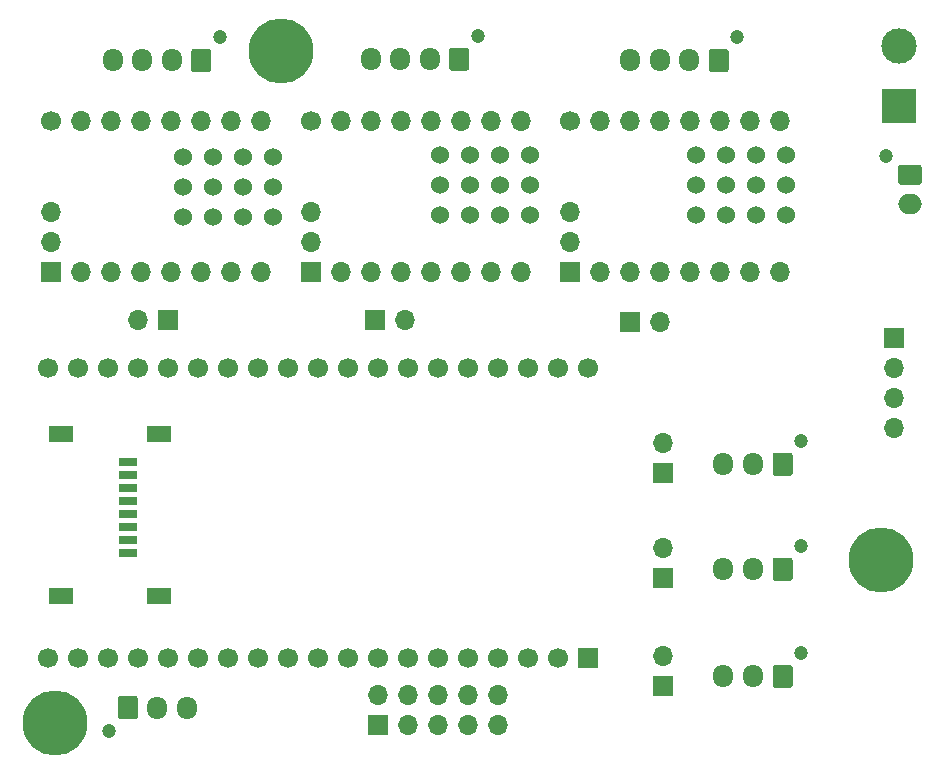
<source format=gbr>
G04 #@! TF.GenerationSoftware,KiCad,Pcbnew,5.1.5*
G04 #@! TF.CreationDate,2020-07-04T13:20:11+02:00*
G04 #@! TF.ProjectId,GECAUF,47454341-5546-42e6-9b69-6361645f7063,1.0*
G04 #@! TF.SameCoordinates,Original*
G04 #@! TF.FileFunction,Soldermask,Bot*
G04 #@! TF.FilePolarity,Negative*
%FSLAX46Y46*%
G04 Gerber Fmt 4.6, Leading zero omitted, Abs format (unit mm)*
G04 Created by KiCad (PCBNEW 5.1.5) date 2020-07-04 13:20:11*
%MOMM*%
%LPD*%
G04 APERTURE LIST*
%ADD10C,5.500000*%
%ADD11C,1.700000*%
%ADD12R,1.700000X1.700000*%
%ADD13C,1.200000*%
%ADD14O,1.700000X1.950000*%
%ADD15C,0.100000*%
%ADD16O,1.700000X1.700000*%
%ADD17R,3.000000X3.000000*%
%ADD18C,3.000000*%
%ADD19O,2.000000X1.700000*%
%ADD20C,1.524000*%
%ADD21R,2.000000X1.450000*%
%ADD22R,1.500000X0.800000*%
G04 APERTURE END LIST*
D10*
X122300000Y-103200000D03*
X173100000Y-146300000D03*
X103200000Y-160100000D03*
D11*
X128016000Y-154548000D03*
X125476000Y-154548000D03*
X122936000Y-154548000D03*
X120396000Y-154548000D03*
X117856000Y-154548000D03*
X115316000Y-154548000D03*
X112776000Y-154548000D03*
X110236000Y-154548000D03*
X107696000Y-154548000D03*
X105156000Y-154548000D03*
X102616000Y-154548000D03*
X130556000Y-154548000D03*
X133096000Y-154548000D03*
X135636000Y-154548000D03*
X138176000Y-154548000D03*
X140716000Y-154548000D03*
X143256000Y-154548000D03*
X145796000Y-154548000D03*
D12*
X148336000Y-154548000D03*
D11*
X148336000Y-130048000D03*
X145796000Y-130048000D03*
X143256000Y-130048000D03*
X140716000Y-130048000D03*
X102616000Y-130048000D03*
X105156000Y-130048000D03*
X107696000Y-130048000D03*
X110236000Y-130048000D03*
X138176000Y-130048000D03*
X135636000Y-130048000D03*
X133096000Y-130048000D03*
X130556000Y-130048000D03*
X125476000Y-130048000D03*
X117856000Y-130048000D03*
X128016000Y-130048000D03*
X112776000Y-130048000D03*
X115316000Y-130048000D03*
X122936000Y-130048000D03*
X120396000Y-130048000D03*
D13*
X160985000Y-102000000D03*
D14*
X151885000Y-104000000D03*
X154385000Y-104000000D03*
X156885000Y-104000000D03*
D15*
G36*
X160009504Y-103026204D02*
G01*
X160033773Y-103029804D01*
X160057571Y-103035765D01*
X160080671Y-103044030D01*
X160102849Y-103054520D01*
X160123893Y-103067133D01*
X160143598Y-103081747D01*
X160161777Y-103098223D01*
X160178253Y-103116402D01*
X160192867Y-103136107D01*
X160205480Y-103157151D01*
X160215970Y-103179329D01*
X160224235Y-103202429D01*
X160230196Y-103226227D01*
X160233796Y-103250496D01*
X160235000Y-103275000D01*
X160235000Y-104725000D01*
X160233796Y-104749504D01*
X160230196Y-104773773D01*
X160224235Y-104797571D01*
X160215970Y-104820671D01*
X160205480Y-104842849D01*
X160192867Y-104863893D01*
X160178253Y-104883598D01*
X160161777Y-104901777D01*
X160143598Y-104918253D01*
X160123893Y-104932867D01*
X160102849Y-104945480D01*
X160080671Y-104955970D01*
X160057571Y-104964235D01*
X160033773Y-104970196D01*
X160009504Y-104973796D01*
X159985000Y-104975000D01*
X158785000Y-104975000D01*
X158760496Y-104973796D01*
X158736227Y-104970196D01*
X158712429Y-104964235D01*
X158689329Y-104955970D01*
X158667151Y-104945480D01*
X158646107Y-104932867D01*
X158626402Y-104918253D01*
X158608223Y-104901777D01*
X158591747Y-104883598D01*
X158577133Y-104863893D01*
X158564520Y-104842849D01*
X158554030Y-104820671D01*
X158545765Y-104797571D01*
X158539804Y-104773773D01*
X158536204Y-104749504D01*
X158535000Y-104725000D01*
X158535000Y-103275000D01*
X158536204Y-103250496D01*
X158539804Y-103226227D01*
X158545765Y-103202429D01*
X158554030Y-103179329D01*
X158564520Y-103157151D01*
X158577133Y-103136107D01*
X158591747Y-103116402D01*
X158608223Y-103098223D01*
X158626402Y-103081747D01*
X158646107Y-103067133D01*
X158667151Y-103054520D01*
X158689329Y-103044030D01*
X158712429Y-103035765D01*
X158736227Y-103029804D01*
X158760496Y-103026204D01*
X158785000Y-103025000D01*
X159985000Y-103025000D01*
X160009504Y-103026204D01*
G37*
D16*
X174244000Y-135128000D03*
X174244000Y-132588000D03*
X174244000Y-130048000D03*
D12*
X174244000Y-127508000D03*
D15*
G36*
X110001984Y-157806684D02*
G01*
X110026253Y-157810284D01*
X110050051Y-157816245D01*
X110073151Y-157824510D01*
X110095329Y-157835000D01*
X110116373Y-157847613D01*
X110136078Y-157862227D01*
X110154257Y-157878703D01*
X110170733Y-157896882D01*
X110185347Y-157916587D01*
X110197960Y-157937631D01*
X110208450Y-157959809D01*
X110216715Y-157982909D01*
X110222676Y-158006707D01*
X110226276Y-158030976D01*
X110227480Y-158055480D01*
X110227480Y-159505480D01*
X110226276Y-159529984D01*
X110222676Y-159554253D01*
X110216715Y-159578051D01*
X110208450Y-159601151D01*
X110197960Y-159623329D01*
X110185347Y-159644373D01*
X110170733Y-159664078D01*
X110154257Y-159682257D01*
X110136078Y-159698733D01*
X110116373Y-159713347D01*
X110095329Y-159725960D01*
X110073151Y-159736450D01*
X110050051Y-159744715D01*
X110026253Y-159750676D01*
X110001984Y-159754276D01*
X109977480Y-159755480D01*
X108777480Y-159755480D01*
X108752976Y-159754276D01*
X108728707Y-159750676D01*
X108704909Y-159744715D01*
X108681809Y-159736450D01*
X108659631Y-159725960D01*
X108638587Y-159713347D01*
X108618882Y-159698733D01*
X108600703Y-159682257D01*
X108584227Y-159664078D01*
X108569613Y-159644373D01*
X108557000Y-159623329D01*
X108546510Y-159601151D01*
X108538245Y-159578051D01*
X108532284Y-159554253D01*
X108528684Y-159529984D01*
X108527480Y-159505480D01*
X108527480Y-158055480D01*
X108528684Y-158030976D01*
X108532284Y-158006707D01*
X108538245Y-157982909D01*
X108546510Y-157959809D01*
X108557000Y-157937631D01*
X108569613Y-157916587D01*
X108584227Y-157896882D01*
X108600703Y-157878703D01*
X108618882Y-157862227D01*
X108638587Y-157847613D01*
X108659631Y-157835000D01*
X108681809Y-157824510D01*
X108704909Y-157816245D01*
X108728707Y-157810284D01*
X108752976Y-157806684D01*
X108777480Y-157805480D01*
X109977480Y-157805480D01*
X110001984Y-157806684D01*
G37*
D14*
X111877480Y-158780480D03*
X114377480Y-158780480D03*
D13*
X107777480Y-160780480D03*
D17*
X174625000Y-107823000D03*
D18*
X174625000Y-102743000D03*
D13*
X173577500Y-112065000D03*
D19*
X175577500Y-116165000D03*
D15*
G36*
X176352004Y-112816204D02*
G01*
X176376273Y-112819804D01*
X176400071Y-112825765D01*
X176423171Y-112834030D01*
X176445349Y-112844520D01*
X176466393Y-112857133D01*
X176486098Y-112871747D01*
X176504277Y-112888223D01*
X176520753Y-112906402D01*
X176535367Y-112926107D01*
X176547980Y-112947151D01*
X176558470Y-112969329D01*
X176566735Y-112992429D01*
X176572696Y-113016227D01*
X176576296Y-113040496D01*
X176577500Y-113065000D01*
X176577500Y-114265000D01*
X176576296Y-114289504D01*
X176572696Y-114313773D01*
X176566735Y-114337571D01*
X176558470Y-114360671D01*
X176547980Y-114382849D01*
X176535367Y-114403893D01*
X176520753Y-114423598D01*
X176504277Y-114441777D01*
X176486098Y-114458253D01*
X176466393Y-114472867D01*
X176445349Y-114485480D01*
X176423171Y-114495970D01*
X176400071Y-114504235D01*
X176376273Y-114510196D01*
X176352004Y-114513796D01*
X176327500Y-114515000D01*
X174827500Y-114515000D01*
X174802996Y-114513796D01*
X174778727Y-114510196D01*
X174754929Y-114504235D01*
X174731829Y-114495970D01*
X174709651Y-114485480D01*
X174688607Y-114472867D01*
X174668902Y-114458253D01*
X174650723Y-114441777D01*
X174634247Y-114423598D01*
X174619633Y-114403893D01*
X174607020Y-114382849D01*
X174596530Y-114360671D01*
X174588265Y-114337571D01*
X174582304Y-114313773D01*
X174578704Y-114289504D01*
X174577500Y-114265000D01*
X174577500Y-113065000D01*
X174578704Y-113040496D01*
X174582304Y-113016227D01*
X174588265Y-112992429D01*
X174596530Y-112969329D01*
X174607020Y-112947151D01*
X174619633Y-112926107D01*
X174634247Y-112906402D01*
X174650723Y-112888223D01*
X174668902Y-112871747D01*
X174688607Y-112857133D01*
X174709651Y-112844520D01*
X174731829Y-112834030D01*
X174754929Y-112825765D01*
X174778727Y-112819804D01*
X174802996Y-112816204D01*
X174827500Y-112815000D01*
X176327500Y-112815000D01*
X176352004Y-112816204D01*
G37*
G36*
X116194504Y-103026204D02*
G01*
X116218773Y-103029804D01*
X116242571Y-103035765D01*
X116265671Y-103044030D01*
X116287849Y-103054520D01*
X116308893Y-103067133D01*
X116328598Y-103081747D01*
X116346777Y-103098223D01*
X116363253Y-103116402D01*
X116377867Y-103136107D01*
X116390480Y-103157151D01*
X116400970Y-103179329D01*
X116409235Y-103202429D01*
X116415196Y-103226227D01*
X116418796Y-103250496D01*
X116420000Y-103275000D01*
X116420000Y-104725000D01*
X116418796Y-104749504D01*
X116415196Y-104773773D01*
X116409235Y-104797571D01*
X116400970Y-104820671D01*
X116390480Y-104842849D01*
X116377867Y-104863893D01*
X116363253Y-104883598D01*
X116346777Y-104901777D01*
X116328598Y-104918253D01*
X116308893Y-104932867D01*
X116287849Y-104945480D01*
X116265671Y-104955970D01*
X116242571Y-104964235D01*
X116218773Y-104970196D01*
X116194504Y-104973796D01*
X116170000Y-104975000D01*
X114970000Y-104975000D01*
X114945496Y-104973796D01*
X114921227Y-104970196D01*
X114897429Y-104964235D01*
X114874329Y-104955970D01*
X114852151Y-104945480D01*
X114831107Y-104932867D01*
X114811402Y-104918253D01*
X114793223Y-104901777D01*
X114776747Y-104883598D01*
X114762133Y-104863893D01*
X114749520Y-104842849D01*
X114739030Y-104820671D01*
X114730765Y-104797571D01*
X114724804Y-104773773D01*
X114721204Y-104749504D01*
X114720000Y-104725000D01*
X114720000Y-103275000D01*
X114721204Y-103250496D01*
X114724804Y-103226227D01*
X114730765Y-103202429D01*
X114739030Y-103179329D01*
X114749520Y-103157151D01*
X114762133Y-103136107D01*
X114776747Y-103116402D01*
X114793223Y-103098223D01*
X114811402Y-103081747D01*
X114831107Y-103067133D01*
X114852151Y-103054520D01*
X114874329Y-103044030D01*
X114897429Y-103035765D01*
X114921227Y-103029804D01*
X114945496Y-103026204D01*
X114970000Y-103025000D01*
X116170000Y-103025000D01*
X116194504Y-103026204D01*
G37*
D14*
X113070000Y-104000000D03*
X110570000Y-104000000D03*
X108070000Y-104000000D03*
D13*
X117170000Y-102000000D03*
X139014000Y-101886000D03*
D14*
X129914000Y-103886000D03*
X132414000Y-103886000D03*
X134914000Y-103886000D03*
D15*
G36*
X138038504Y-102912204D02*
G01*
X138062773Y-102915804D01*
X138086571Y-102921765D01*
X138109671Y-102930030D01*
X138131849Y-102940520D01*
X138152893Y-102953133D01*
X138172598Y-102967747D01*
X138190777Y-102984223D01*
X138207253Y-103002402D01*
X138221867Y-103022107D01*
X138234480Y-103043151D01*
X138244970Y-103065329D01*
X138253235Y-103088429D01*
X138259196Y-103112227D01*
X138262796Y-103136496D01*
X138264000Y-103161000D01*
X138264000Y-104611000D01*
X138262796Y-104635504D01*
X138259196Y-104659773D01*
X138253235Y-104683571D01*
X138244970Y-104706671D01*
X138234480Y-104728849D01*
X138221867Y-104749893D01*
X138207253Y-104769598D01*
X138190777Y-104787777D01*
X138172598Y-104804253D01*
X138152893Y-104818867D01*
X138131849Y-104831480D01*
X138109671Y-104841970D01*
X138086571Y-104850235D01*
X138062773Y-104856196D01*
X138038504Y-104859796D01*
X138014000Y-104861000D01*
X136814000Y-104861000D01*
X136789496Y-104859796D01*
X136765227Y-104856196D01*
X136741429Y-104850235D01*
X136718329Y-104841970D01*
X136696151Y-104831480D01*
X136675107Y-104818867D01*
X136655402Y-104804253D01*
X136637223Y-104787777D01*
X136620747Y-104769598D01*
X136606133Y-104749893D01*
X136593520Y-104728849D01*
X136583030Y-104706671D01*
X136574765Y-104683571D01*
X136568804Y-104659773D01*
X136565204Y-104635504D01*
X136564000Y-104611000D01*
X136564000Y-103161000D01*
X136565204Y-103136496D01*
X136568804Y-103112227D01*
X136574765Y-103088429D01*
X136583030Y-103065329D01*
X136593520Y-103043151D01*
X136606133Y-103022107D01*
X136620747Y-103002402D01*
X136637223Y-102984223D01*
X136655402Y-102967747D01*
X136675107Y-102953133D01*
X136696151Y-102940520D01*
X136718329Y-102930030D01*
X136741429Y-102921765D01*
X136765227Y-102915804D01*
X136789496Y-102912204D01*
X136814000Y-102911000D01*
X138014000Y-102911000D01*
X138038504Y-102912204D01*
G37*
D13*
X166400000Y-154146500D03*
D14*
X159800000Y-156146500D03*
X162300000Y-156146500D03*
D15*
G36*
X165424504Y-155172704D02*
G01*
X165448773Y-155176304D01*
X165472571Y-155182265D01*
X165495671Y-155190530D01*
X165517849Y-155201020D01*
X165538893Y-155213633D01*
X165558598Y-155228247D01*
X165576777Y-155244723D01*
X165593253Y-155262902D01*
X165607867Y-155282607D01*
X165620480Y-155303651D01*
X165630970Y-155325829D01*
X165639235Y-155348929D01*
X165645196Y-155372727D01*
X165648796Y-155396996D01*
X165650000Y-155421500D01*
X165650000Y-156871500D01*
X165648796Y-156896004D01*
X165645196Y-156920273D01*
X165639235Y-156944071D01*
X165630970Y-156967171D01*
X165620480Y-156989349D01*
X165607867Y-157010393D01*
X165593253Y-157030098D01*
X165576777Y-157048277D01*
X165558598Y-157064753D01*
X165538893Y-157079367D01*
X165517849Y-157091980D01*
X165495671Y-157102470D01*
X165472571Y-157110735D01*
X165448773Y-157116696D01*
X165424504Y-157120296D01*
X165400000Y-157121500D01*
X164200000Y-157121500D01*
X164175496Y-157120296D01*
X164151227Y-157116696D01*
X164127429Y-157110735D01*
X164104329Y-157102470D01*
X164082151Y-157091980D01*
X164061107Y-157079367D01*
X164041402Y-157064753D01*
X164023223Y-157048277D01*
X164006747Y-157030098D01*
X163992133Y-157010393D01*
X163979520Y-156989349D01*
X163969030Y-156967171D01*
X163960765Y-156944071D01*
X163954804Y-156920273D01*
X163951204Y-156896004D01*
X163950000Y-156871500D01*
X163950000Y-155421500D01*
X163951204Y-155396996D01*
X163954804Y-155372727D01*
X163960765Y-155348929D01*
X163969030Y-155325829D01*
X163979520Y-155303651D01*
X163992133Y-155282607D01*
X164006747Y-155262902D01*
X164023223Y-155244723D01*
X164041402Y-155228247D01*
X164061107Y-155213633D01*
X164082151Y-155201020D01*
X164104329Y-155190530D01*
X164127429Y-155182265D01*
X164151227Y-155176304D01*
X164175496Y-155172704D01*
X164200000Y-155171500D01*
X165400000Y-155171500D01*
X165424504Y-155172704D01*
G37*
G36*
X165424504Y-146092204D02*
G01*
X165448773Y-146095804D01*
X165472571Y-146101765D01*
X165495671Y-146110030D01*
X165517849Y-146120520D01*
X165538893Y-146133133D01*
X165558598Y-146147747D01*
X165576777Y-146164223D01*
X165593253Y-146182402D01*
X165607867Y-146202107D01*
X165620480Y-146223151D01*
X165630970Y-146245329D01*
X165639235Y-146268429D01*
X165645196Y-146292227D01*
X165648796Y-146316496D01*
X165650000Y-146341000D01*
X165650000Y-147791000D01*
X165648796Y-147815504D01*
X165645196Y-147839773D01*
X165639235Y-147863571D01*
X165630970Y-147886671D01*
X165620480Y-147908849D01*
X165607867Y-147929893D01*
X165593253Y-147949598D01*
X165576777Y-147967777D01*
X165558598Y-147984253D01*
X165538893Y-147998867D01*
X165517849Y-148011480D01*
X165495671Y-148021970D01*
X165472571Y-148030235D01*
X165448773Y-148036196D01*
X165424504Y-148039796D01*
X165400000Y-148041000D01*
X164200000Y-148041000D01*
X164175496Y-148039796D01*
X164151227Y-148036196D01*
X164127429Y-148030235D01*
X164104329Y-148021970D01*
X164082151Y-148011480D01*
X164061107Y-147998867D01*
X164041402Y-147984253D01*
X164023223Y-147967777D01*
X164006747Y-147949598D01*
X163992133Y-147929893D01*
X163979520Y-147908849D01*
X163969030Y-147886671D01*
X163960765Y-147863571D01*
X163954804Y-147839773D01*
X163951204Y-147815504D01*
X163950000Y-147791000D01*
X163950000Y-146341000D01*
X163951204Y-146316496D01*
X163954804Y-146292227D01*
X163960765Y-146268429D01*
X163969030Y-146245329D01*
X163979520Y-146223151D01*
X163992133Y-146202107D01*
X164006747Y-146182402D01*
X164023223Y-146164223D01*
X164041402Y-146147747D01*
X164061107Y-146133133D01*
X164082151Y-146120520D01*
X164104329Y-146110030D01*
X164127429Y-146101765D01*
X164151227Y-146095804D01*
X164175496Y-146092204D01*
X164200000Y-146091000D01*
X165400000Y-146091000D01*
X165424504Y-146092204D01*
G37*
D14*
X162300000Y-147066000D03*
X159800000Y-147066000D03*
D13*
X166400000Y-145066000D03*
X166400000Y-136176000D03*
D14*
X159800000Y-138176000D03*
X162300000Y-138176000D03*
D15*
G36*
X165424504Y-137202204D02*
G01*
X165448773Y-137205804D01*
X165472571Y-137211765D01*
X165495671Y-137220030D01*
X165517849Y-137230520D01*
X165538893Y-137243133D01*
X165558598Y-137257747D01*
X165576777Y-137274223D01*
X165593253Y-137292402D01*
X165607867Y-137312107D01*
X165620480Y-137333151D01*
X165630970Y-137355329D01*
X165639235Y-137378429D01*
X165645196Y-137402227D01*
X165648796Y-137426496D01*
X165650000Y-137451000D01*
X165650000Y-138901000D01*
X165648796Y-138925504D01*
X165645196Y-138949773D01*
X165639235Y-138973571D01*
X165630970Y-138996671D01*
X165620480Y-139018849D01*
X165607867Y-139039893D01*
X165593253Y-139059598D01*
X165576777Y-139077777D01*
X165558598Y-139094253D01*
X165538893Y-139108867D01*
X165517849Y-139121480D01*
X165495671Y-139131970D01*
X165472571Y-139140235D01*
X165448773Y-139146196D01*
X165424504Y-139149796D01*
X165400000Y-139151000D01*
X164200000Y-139151000D01*
X164175496Y-139149796D01*
X164151227Y-139146196D01*
X164127429Y-139140235D01*
X164104329Y-139131970D01*
X164082151Y-139121480D01*
X164061107Y-139108867D01*
X164041402Y-139094253D01*
X164023223Y-139077777D01*
X164006747Y-139059598D01*
X163992133Y-139039893D01*
X163979520Y-139018849D01*
X163969030Y-138996671D01*
X163960765Y-138973571D01*
X163954804Y-138949773D01*
X163951204Y-138925504D01*
X163950000Y-138901000D01*
X163950000Y-137451000D01*
X163951204Y-137426496D01*
X163954804Y-137402227D01*
X163960765Y-137378429D01*
X163969030Y-137355329D01*
X163979520Y-137333151D01*
X163992133Y-137312107D01*
X164006747Y-137292402D01*
X164023223Y-137274223D01*
X164041402Y-137257747D01*
X164061107Y-137243133D01*
X164082151Y-137230520D01*
X164104329Y-137220030D01*
X164127429Y-137211765D01*
X164151227Y-137205804D01*
X164175496Y-137202204D01*
X164200000Y-137201000D01*
X165400000Y-137201000D01*
X165424504Y-137202204D01*
G37*
D16*
X110236000Y-125984000D03*
D12*
X112776000Y-125984000D03*
D16*
X132842000Y-125984000D03*
D12*
X130302000Y-125984000D03*
X151892000Y-126111000D03*
D16*
X154432000Y-126111000D03*
D12*
X154700000Y-156972000D03*
D16*
X154700000Y-154432000D03*
D12*
X154686000Y-147828000D03*
D16*
X154686000Y-145288000D03*
X154700000Y-136398000D03*
D12*
X154700000Y-138938000D03*
D16*
X120650000Y-121900000D03*
X118110000Y-121900000D03*
X115570000Y-121900000D03*
X113030000Y-121900000D03*
X110490000Y-121900000D03*
X107950000Y-121900000D03*
X105410000Y-121900000D03*
D12*
X102870000Y-121900000D03*
D16*
X105410000Y-109100000D03*
X107950000Y-109100000D03*
X110490000Y-109100000D03*
X120650000Y-109100000D03*
X118110000Y-109100000D03*
X113030000Y-109100000D03*
D11*
X102870000Y-109100000D03*
D16*
X115570000Y-109100000D03*
X102870000Y-119360000D03*
X102870000Y-116820000D03*
X124841000Y-116820000D03*
X124841000Y-119360000D03*
X137541000Y-109100000D03*
D11*
X124841000Y-109100000D03*
D16*
X135001000Y-109100000D03*
X140081000Y-109100000D03*
X142621000Y-109100000D03*
X132461000Y-109100000D03*
X129921000Y-109100000D03*
X127381000Y-109100000D03*
D12*
X124841000Y-121900000D03*
D16*
X127381000Y-121900000D03*
X129921000Y-121900000D03*
X132461000Y-121900000D03*
X135001000Y-121900000D03*
X137541000Y-121900000D03*
X140081000Y-121900000D03*
X142621000Y-121900000D03*
X164592000Y-121900000D03*
X162052000Y-121900000D03*
X159512000Y-121900000D03*
X156972000Y-121900000D03*
X154432000Y-121900000D03*
X151892000Y-121900000D03*
X149352000Y-121900000D03*
D12*
X146812000Y-121900000D03*
D16*
X149352000Y-109100000D03*
X151892000Y-109100000D03*
X154432000Y-109100000D03*
X164592000Y-109100000D03*
X162052000Y-109100000D03*
X156972000Y-109100000D03*
D11*
X146812000Y-109100000D03*
D16*
X159512000Y-109100000D03*
X146812000Y-119360000D03*
X146812000Y-116820000D03*
D20*
X121666000Y-112141000D03*
X119126000Y-112141000D03*
X116586000Y-112141000D03*
X114046000Y-112141000D03*
X121666000Y-114681000D03*
X119126000Y-114681000D03*
X116586000Y-114681000D03*
X114046000Y-114681000D03*
X121666000Y-117221000D03*
X119126000Y-117221000D03*
X116586000Y-117221000D03*
X114046000Y-117221000D03*
X135763000Y-117094000D03*
X138303000Y-117094000D03*
X140843000Y-117094000D03*
X143383000Y-117094000D03*
X135763000Y-114554000D03*
X138303000Y-114554000D03*
X140843000Y-114554000D03*
X143383000Y-114554000D03*
X135763000Y-112014000D03*
X138303000Y-112014000D03*
X140843000Y-112014000D03*
X143383000Y-112014000D03*
X165100000Y-112014000D03*
X162560000Y-112014000D03*
X160020000Y-112014000D03*
X157480000Y-112014000D03*
X165100000Y-114554000D03*
X162560000Y-114554000D03*
X160020000Y-114554000D03*
X157480000Y-114554000D03*
X165100000Y-117094000D03*
X162560000Y-117094000D03*
X160020000Y-117094000D03*
X157480000Y-117094000D03*
D21*
X112014000Y-135619000D03*
X112014000Y-149369000D03*
X103714000Y-149369000D03*
X103714000Y-135619000D03*
D22*
X109414000Y-137999000D03*
X109414000Y-139099000D03*
X109414000Y-140199000D03*
X109414000Y-141299000D03*
X109414000Y-142399000D03*
X109414000Y-143499000D03*
X109414000Y-144599000D03*
X109414000Y-145699000D03*
D12*
X130556000Y-160274000D03*
D16*
X130556000Y-157734000D03*
X133096000Y-160274000D03*
X133096000Y-157734000D03*
X135636000Y-160274000D03*
X135636000Y-157734000D03*
X138176000Y-160274000D03*
X138176000Y-157734000D03*
X140716000Y-160274000D03*
X140716000Y-157734000D03*
M02*

</source>
